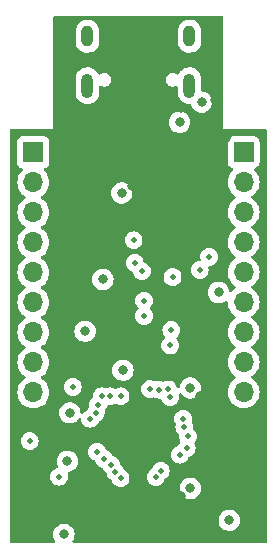
<source format=gbr>
%TF.GenerationSoftware,KiCad,Pcbnew,7.0.2*%
%TF.CreationDate,2023-06-09T21:10:51-07:00*%
%TF.ProjectId,iCEGenius,69434547-656e-4697-9573-2e6b69636164,rev?*%
%TF.SameCoordinates,Original*%
%TF.FileFunction,Copper,L2,Inr*%
%TF.FilePolarity,Positive*%
%FSLAX46Y46*%
G04 Gerber Fmt 4.6, Leading zero omitted, Abs format (unit mm)*
G04 Created by KiCad (PCBNEW 7.0.2) date 2023-06-09 21:10:51*
%MOMM*%
%LPD*%
G01*
G04 APERTURE LIST*
%TA.AperFunction,ComponentPad*%
%ADD10R,1.700000X1.700000*%
%TD*%
%TA.AperFunction,ComponentPad*%
%ADD11O,1.700000X1.700000*%
%TD*%
%TA.AperFunction,ComponentPad*%
%ADD12O,1.000000X2.100000*%
%TD*%
%TA.AperFunction,ComponentPad*%
%ADD13O,1.000000X1.800000*%
%TD*%
%TA.AperFunction,ViaPad*%
%ADD14C,0.800000*%
%TD*%
%TA.AperFunction,ViaPad*%
%ADD15C,0.500000*%
%TD*%
G04 APERTURE END LIST*
D10*
%TO.N,+3V3*%
%TO.C,J3*%
X164915000Y-88530000D03*
D11*
%TO.N,IOL_2A*%
X164915000Y-91070000D03*
%TO.N,IOL_2B*%
X164915000Y-93610000D03*
%TO.N,IOT_52*%
X164915000Y-96150000D03*
%TO.N,IOT_53*%
X164915000Y-98690000D03*
%TO.N,IOT_50_GBIN1*%
X164915000Y-101230000D03*
%TO.N,IOL_4A*%
X164915000Y-103770000D03*
%TO.N,IOT_47*%
X164915000Y-106310000D03*
%TO.N,IOT_45*%
X164915000Y-108850000D03*
%TO.N,GND*%
X164915000Y-111390000D03*
%TD*%
D10*
%TO.N,+3V3*%
%TO.C,J2*%
X147115000Y-88550000D03*
D11*
%TO.N,IOL_4B_GBIN7*%
X147115000Y-91090000D03*
%TO.N,IOL_5B*%
X147115000Y-93630000D03*
%TO.N,IOL_5A_GBIN6*%
X147115000Y-96170000D03*
%TO.N,IOR_34*%
X147115000Y-98710000D03*
%TO.N,IOR_35_GBIN3*%
X147115000Y-101250000D03*
%TO.N,IOR_36_GBIN2*%
X147115000Y-103790000D03*
%TO.N,IOR_38*%
X147115000Y-106330000D03*
%TO.N,IOR_39*%
X147115000Y-108870000D03*
%TO.N,GND*%
X147115000Y-111410000D03*
%TD*%
D12*
%TO.N,unconnected-(J1-SHIELD-PadS1)*%
%TO.C,J1*%
X160330000Y-82900000D03*
D13*
X160330000Y-78720000D03*
D12*
X151690000Y-82900000D03*
D13*
X151690000Y-78720000D03*
%TD*%
D14*
%TO.N,+5V*%
X154600000Y-92000000D03*
D15*
X155600000Y-96000000D03*
D14*
X161365000Y-84300000D03*
%TO.N,GND*%
X162400000Y-118500000D03*
X151900000Y-84900000D03*
X151400000Y-97899999D03*
X151400000Y-99900000D03*
X156000000Y-119500000D03*
X164700000Y-113600000D03*
X153600000Y-97200000D03*
X155800000Y-78800000D03*
X152900000Y-91400000D03*
X157800001Y-78800000D03*
X150100000Y-88800000D03*
X158600000Y-95900000D03*
X150300000Y-96900000D03*
X153799999Y-78800000D03*
X163400000Y-87300000D03*
D15*
X161700000Y-93000000D03*
D14*
X162500000Y-84100000D03*
X151400000Y-101900001D03*
X153300000Y-94300000D03*
X161200000Y-109200000D03*
X156300000Y-107300000D03*
X153200000Y-106900000D03*
D15*
X149700000Y-112600000D03*
D14*
X156700000Y-118800000D03*
X149700000Y-80500000D03*
X150100000Y-84800000D03*
X150000000Y-102400000D03*
X151900000Y-87400000D03*
X149700000Y-78500000D03*
X155431635Y-91368365D03*
X146800000Y-119800000D03*
X158300000Y-88500000D03*
X162200000Y-79400000D03*
X165900000Y-118200000D03*
D15*
X152200000Y-115700000D03*
X154800000Y-104900000D03*
D14*
X154800000Y-119100000D03*
X149700000Y-82500000D03*
X159641121Y-117650468D03*
X150100000Y-86800000D03*
X153800000Y-119900000D03*
X156000000Y-112438990D03*
X157300000Y-87100000D03*
X159600000Y-84800000D03*
%TO.N,+3V3*%
X160400000Y-108500000D03*
X163700000Y-119700000D03*
X150000000Y-114700000D03*
X154700000Y-107000000D03*
X151500000Y-103700000D03*
X153000000Y-99300000D03*
X159500000Y-86000000D03*
X160400000Y-117000000D03*
X149700000Y-120900000D03*
X150200000Y-110600000D03*
X162800000Y-100400000D03*
D15*
%TO.N,SS*%
X152397937Y-110576525D03*
X156500000Y-101100000D03*
X155700000Y-97900000D03*
%TO.N,CRESET_B_CTL*%
X146800000Y-113000000D03*
X156300000Y-98600000D03*
%TO.N,IOL_4B_GBIN7*%
X158533627Y-108620571D03*
%TO.N,IOL_5A_GBIN6*%
X157003934Y-108596040D03*
%TO.N,IOT_50_GBIN1*%
X159500000Y-114149500D03*
%TO.N,SDO*%
X158900000Y-99100000D03*
X156500000Y-102400000D03*
X152900497Y-109200000D03*
%TO.N,IOR_36_GBIN2*%
X153700000Y-115000000D03*
%TO.N,IOR_35_GBIN3*%
X153100000Y-114500000D03*
%TO.N,IOL_2A*%
X159800000Y-111100000D03*
%TO.N,IOL_2B*%
X159900000Y-111800000D03*
%TO.N,IOR_34*%
X152500000Y-113900000D03*
%TO.N,IOR_38*%
X154059891Y-115599818D03*
%TO.N,IOR_39*%
X154496826Y-116146070D03*
%TO.N,IOT_45*%
X157480298Y-116059602D03*
%TO.N,IOT_47*%
X157900000Y-115500000D03*
%TO.N,IOT_52*%
X160200000Y-112600000D03*
%TO.N,IOT_53*%
X160100000Y-113600000D03*
%TO.N,IOL_4A*%
X158700000Y-109300000D03*
%TO.N,IOL_5B*%
X157738543Y-108638543D03*
%TO.N,CRESET_B*%
X149300000Y-116000000D03*
X154500000Y-109200000D03*
%TO.N,SCK*%
X161200000Y-98500000D03*
X151928121Y-111094768D03*
X158800000Y-103600000D03*
%TO.N,SDI*%
X152600000Y-109900000D03*
X158700000Y-104900000D03*
X162000000Y-97400000D03*
%TO.N,Net-(D5-A)*%
X153600000Y-109200000D03*
X150450500Y-108400000D03*
%TD*%
%TA.AperFunction,Conductor*%
%TO.N,GND*%
G36*
X163142539Y-77020185D02*
G01*
X163188294Y-77072989D01*
X163199500Y-77124500D01*
X163199500Y-86575467D01*
X163199416Y-86575889D01*
X163199459Y-86600000D01*
X163199501Y-86600101D01*
X163199616Y-86600382D01*
X163199618Y-86600384D01*
X163199808Y-86600462D01*
X163200000Y-86600541D01*
X163200002Y-86600539D01*
X163224616Y-86600524D01*
X163224616Y-86600528D01*
X163224760Y-86600500D01*
X166775500Y-86600500D01*
X166842539Y-86620185D01*
X166888294Y-86672989D01*
X166899500Y-86724500D01*
X166899500Y-121475500D01*
X166879815Y-121542539D01*
X166827011Y-121588294D01*
X166775500Y-121599500D01*
X150550726Y-121599500D01*
X150483687Y-121579815D01*
X150437932Y-121527011D01*
X150427988Y-121457853D01*
X150443339Y-121413500D01*
X150527179Y-121268284D01*
X150585674Y-121088256D01*
X150605460Y-120900000D01*
X150585674Y-120711744D01*
X150527179Y-120531716D01*
X150527179Y-120531715D01*
X150432533Y-120367783D01*
X150305870Y-120227110D01*
X150152730Y-120115848D01*
X149979802Y-120038855D01*
X149794648Y-119999500D01*
X149794646Y-119999500D01*
X149605354Y-119999500D01*
X149605352Y-119999500D01*
X149420197Y-120038855D01*
X149247269Y-120115848D01*
X149094129Y-120227110D01*
X148967466Y-120367783D01*
X148872820Y-120531715D01*
X148814326Y-120711742D01*
X148794540Y-120900000D01*
X148814326Y-121088257D01*
X148872820Y-121268284D01*
X148956661Y-121413500D01*
X148973134Y-121481400D01*
X148950281Y-121547427D01*
X148895360Y-121590618D01*
X148849274Y-121599500D01*
X145224500Y-121599500D01*
X145157461Y-121579815D01*
X145111706Y-121527011D01*
X145100500Y-121475500D01*
X145100500Y-119700000D01*
X162794540Y-119700000D01*
X162814326Y-119888257D01*
X162872820Y-120068284D01*
X162967466Y-120232216D01*
X163094129Y-120372889D01*
X163247269Y-120484151D01*
X163420197Y-120561144D01*
X163605352Y-120600500D01*
X163605354Y-120600500D01*
X163794648Y-120600500D01*
X163918083Y-120574262D01*
X163979803Y-120561144D01*
X164152730Y-120484151D01*
X164305871Y-120372888D01*
X164432533Y-120232216D01*
X164527179Y-120068284D01*
X164585674Y-119888256D01*
X164605460Y-119700000D01*
X164585674Y-119511744D01*
X164527179Y-119331716D01*
X164527179Y-119331715D01*
X164432533Y-119167783D01*
X164305870Y-119027110D01*
X164152730Y-118915848D01*
X163979802Y-118838855D01*
X163794648Y-118799500D01*
X163794646Y-118799500D01*
X163605354Y-118799500D01*
X163605352Y-118799500D01*
X163420197Y-118838855D01*
X163247269Y-118915848D01*
X163094129Y-119027110D01*
X162967466Y-119167783D01*
X162872820Y-119331715D01*
X162814326Y-119511742D01*
X162794540Y-119700000D01*
X145100500Y-119700000D01*
X145100500Y-116999999D01*
X159494540Y-116999999D01*
X159514326Y-117188257D01*
X159572820Y-117368284D01*
X159667466Y-117532216D01*
X159794129Y-117672889D01*
X159947269Y-117784151D01*
X160120197Y-117861144D01*
X160305352Y-117900500D01*
X160305354Y-117900500D01*
X160494648Y-117900500D01*
X160618083Y-117874262D01*
X160679803Y-117861144D01*
X160852730Y-117784151D01*
X161005871Y-117672888D01*
X161132533Y-117532216D01*
X161227179Y-117368284D01*
X161285674Y-117188256D01*
X161305460Y-117000000D01*
X161285674Y-116811744D01*
X161227179Y-116631716D01*
X161227179Y-116631715D01*
X161132533Y-116467783D01*
X161005870Y-116327110D01*
X160852730Y-116215848D01*
X160679802Y-116138855D01*
X160494648Y-116099500D01*
X160494646Y-116099500D01*
X160305354Y-116099500D01*
X160305352Y-116099500D01*
X160120197Y-116138855D01*
X159947269Y-116215848D01*
X159794129Y-116327110D01*
X159667466Y-116467783D01*
X159572820Y-116631715D01*
X159514326Y-116811742D01*
X159494540Y-116999999D01*
X145100500Y-116999999D01*
X145100500Y-115999999D01*
X148544750Y-115999999D01*
X148563686Y-116168056D01*
X148563686Y-116168058D01*
X148563687Y-116168059D01*
X148619544Y-116327690D01*
X148709523Y-116470890D01*
X148829110Y-116590477D01*
X148972310Y-116680456D01*
X149131941Y-116736313D01*
X149300000Y-116755249D01*
X149468059Y-116736313D01*
X149627690Y-116680456D01*
X149770890Y-116590477D01*
X149890477Y-116470890D01*
X149980456Y-116327690D01*
X150036313Y-116168059D01*
X150055249Y-116000000D01*
X150036313Y-115831941D01*
X150011496Y-115761020D01*
X150007935Y-115691242D01*
X150042663Y-115630615D01*
X150102758Y-115598776D01*
X150279802Y-115561145D01*
X150452730Y-115484151D01*
X150605870Y-115372889D01*
X150732533Y-115232216D01*
X150827179Y-115068284D01*
X150858824Y-114970890D01*
X150885674Y-114888256D01*
X150905460Y-114700000D01*
X150885674Y-114511744D01*
X150839908Y-114370891D01*
X150827179Y-114331715D01*
X150732533Y-114167783D01*
X150605870Y-114027110D01*
X150452730Y-113915848D01*
X150417133Y-113899999D01*
X151744750Y-113899999D01*
X151763686Y-114068056D01*
X151763686Y-114068058D01*
X151763687Y-114068059D01*
X151819544Y-114227690D01*
X151909523Y-114370890D01*
X152029110Y-114490477D01*
X152172310Y-114580456D01*
X152299095Y-114624819D01*
X152355870Y-114665541D01*
X152375179Y-114700903D01*
X152419544Y-114827690D01*
X152509523Y-114970890D01*
X152629110Y-115090477D01*
X152772310Y-115180456D01*
X152931941Y-115236313D01*
X152931945Y-115236313D01*
X152938966Y-115238770D01*
X152995742Y-115279492D01*
X153015053Y-115314857D01*
X153019542Y-115327687D01*
X153019544Y-115327690D01*
X153109523Y-115470890D01*
X153194226Y-115555593D01*
X153229110Y-115590477D01*
X153258702Y-115609071D01*
X153304993Y-115661405D01*
X153315950Y-115700181D01*
X153323577Y-115767874D01*
X153323577Y-115767876D01*
X153323578Y-115767877D01*
X153379435Y-115927508D01*
X153469414Y-116070708D01*
X153589001Y-116190295D01*
X153648464Y-116227658D01*
X153716569Y-116270452D01*
X153762859Y-116322786D01*
X153767635Y-116334482D01*
X153816370Y-116473760D01*
X153906349Y-116616960D01*
X154025936Y-116736547D01*
X154169136Y-116826526D01*
X154328767Y-116882383D01*
X154496826Y-116901319D01*
X154664885Y-116882383D01*
X154824516Y-116826526D01*
X154967716Y-116736547D01*
X155087303Y-116616960D01*
X155177282Y-116473760D01*
X155233139Y-116314129D01*
X155252075Y-116146070D01*
X155242332Y-116059601D01*
X156725048Y-116059601D01*
X156743984Y-116227658D01*
X156743984Y-116227660D01*
X156743985Y-116227661D01*
X156799842Y-116387292D01*
X156889821Y-116530492D01*
X157009408Y-116650079D01*
X157152608Y-116740058D01*
X157312239Y-116795915D01*
X157424278Y-116808539D01*
X157480297Y-116814851D01*
X157480297Y-116814850D01*
X157480298Y-116814851D01*
X157648357Y-116795915D01*
X157807988Y-116740058D01*
X157951188Y-116650079D01*
X158070775Y-116530492D01*
X158160754Y-116387292D01*
X158216611Y-116227661D01*
X158216611Y-116227657D01*
X158220330Y-116217030D01*
X158261052Y-116160254D01*
X158271385Y-116152999D01*
X158370890Y-116090477D01*
X158490477Y-115970890D01*
X158580456Y-115827690D01*
X158636313Y-115668059D01*
X158655249Y-115500000D01*
X158636313Y-115331941D01*
X158580456Y-115172310D01*
X158490477Y-115029110D01*
X158370890Y-114909523D01*
X158227690Y-114819544D01*
X158068059Y-114763687D01*
X158068058Y-114763686D01*
X158068056Y-114763686D01*
X157900000Y-114744750D01*
X157731943Y-114763686D01*
X157572310Y-114819544D01*
X157429108Y-114909524D01*
X157309524Y-115029108D01*
X157219542Y-115172312D01*
X157159965Y-115342573D01*
X157119243Y-115399349D01*
X157108897Y-115406611D01*
X157009407Y-115469125D01*
X156889822Y-115588710D01*
X156799842Y-115731912D01*
X156743984Y-115891545D01*
X156725048Y-116059601D01*
X155242332Y-116059601D01*
X155233139Y-115978011D01*
X155177282Y-115818380D01*
X155087303Y-115675180D01*
X154967716Y-115555593D01*
X154840146Y-115475435D01*
X154793857Y-115423102D01*
X154789085Y-115411415D01*
X154740347Y-115272128D01*
X154650368Y-115128928D01*
X154530781Y-115009341D01*
X154530780Y-115009340D01*
X154501186Y-114990744D01*
X154454896Y-114938409D01*
X154443940Y-114899635D01*
X154436313Y-114831943D01*
X154436313Y-114831941D01*
X154380456Y-114672310D01*
X154290477Y-114529110D01*
X154170890Y-114409523D01*
X154027690Y-114319544D01*
X154027687Y-114319542D01*
X153861032Y-114261227D01*
X153804256Y-114220506D01*
X153784945Y-114185140D01*
X153780456Y-114172310D01*
X153766123Y-114149500D01*
X158744750Y-114149500D01*
X158763686Y-114317556D01*
X158763686Y-114317558D01*
X158763687Y-114317559D01*
X158819544Y-114477190D01*
X158909523Y-114620390D01*
X159029110Y-114739977D01*
X159172310Y-114829956D01*
X159331941Y-114885813D01*
X159500000Y-114904749D01*
X159668059Y-114885813D01*
X159827690Y-114829956D01*
X159970890Y-114739977D01*
X160090477Y-114620390D01*
X160180456Y-114477190D01*
X160204683Y-114407951D01*
X160245403Y-114351176D01*
X160280763Y-114331867D01*
X160427690Y-114280456D01*
X160570890Y-114190477D01*
X160690477Y-114070890D01*
X160780456Y-113927690D01*
X160836313Y-113768059D01*
X160855249Y-113600000D01*
X160836313Y-113431941D01*
X160780456Y-113272310D01*
X160759209Y-113238496D01*
X160740209Y-113171261D01*
X160760576Y-113104426D01*
X160776520Y-113084846D01*
X160790477Y-113070890D01*
X160880456Y-112927690D01*
X160936313Y-112768059D01*
X160955249Y-112600000D01*
X160936313Y-112431941D01*
X160880456Y-112272310D01*
X160790477Y-112129110D01*
X160677841Y-112016474D01*
X160644356Y-111955151D01*
X160642302Y-111914909D01*
X160655249Y-111799999D01*
X160636313Y-111631943D01*
X160636313Y-111631941D01*
X160580456Y-111472310D01*
X160537966Y-111404689D01*
X160518966Y-111337453D01*
X160525918Y-111297765D01*
X160536313Y-111268059D01*
X160555249Y-111100000D01*
X160536313Y-110931941D01*
X160480456Y-110772310D01*
X160390477Y-110629110D01*
X160270890Y-110509523D01*
X160127690Y-110419544D01*
X159968059Y-110363687D01*
X159968058Y-110363686D01*
X159968056Y-110363686D01*
X159800000Y-110344750D01*
X159631943Y-110363686D01*
X159472310Y-110419544D01*
X159329108Y-110509524D01*
X159209524Y-110629108D01*
X159119544Y-110772310D01*
X159063686Y-110931943D01*
X159044750Y-111099999D01*
X159063686Y-111268056D01*
X159063686Y-111268058D01*
X159063687Y-111268059D01*
X159117713Y-111422458D01*
X159119545Y-111427692D01*
X159162032Y-111495311D01*
X159181032Y-111562548D01*
X159174081Y-111602233D01*
X159163686Y-111631941D01*
X159144750Y-111800000D01*
X159163686Y-111968056D01*
X159163686Y-111968058D01*
X159163687Y-111968059D01*
X159219544Y-112127690D01*
X159304997Y-112263687D01*
X159309524Y-112270891D01*
X159422159Y-112383526D01*
X159455644Y-112444849D01*
X159457698Y-112485091D01*
X159444750Y-112600000D01*
X159463686Y-112768056D01*
X159463686Y-112768058D01*
X159463687Y-112768059D01*
X159519544Y-112927690D01*
X159540790Y-112961503D01*
X159559789Y-113028740D01*
X159539420Y-113095575D01*
X159523478Y-113115153D01*
X159509524Y-113129106D01*
X159419542Y-113272312D01*
X159395316Y-113341548D01*
X159354595Y-113398324D01*
X159319231Y-113417634D01*
X159172310Y-113469044D01*
X159172308Y-113469044D01*
X159172308Y-113469045D01*
X159029108Y-113559024D01*
X158909524Y-113678608D01*
X158819544Y-113821810D01*
X158763686Y-113981443D01*
X158744750Y-114149500D01*
X153766123Y-114149500D01*
X153690477Y-114029110D01*
X153570890Y-113909523D01*
X153427690Y-113819544D01*
X153300904Y-113775180D01*
X153244130Y-113734459D01*
X153224819Y-113699094D01*
X153180456Y-113572310D01*
X153090477Y-113429110D01*
X152970890Y-113309523D01*
X152827690Y-113219544D01*
X152668059Y-113163687D01*
X152668058Y-113163686D01*
X152668056Y-113163686D01*
X152500000Y-113144750D01*
X152331943Y-113163686D01*
X152172310Y-113219544D01*
X152029108Y-113309524D01*
X151909524Y-113429108D01*
X151819544Y-113572310D01*
X151763686Y-113731943D01*
X151744750Y-113899999D01*
X150417133Y-113899999D01*
X150279802Y-113838855D01*
X150094648Y-113799500D01*
X150094646Y-113799500D01*
X149905354Y-113799500D01*
X149905352Y-113799500D01*
X149720197Y-113838855D01*
X149547269Y-113915848D01*
X149394129Y-114027110D01*
X149267466Y-114167783D01*
X149172820Y-114331715D01*
X149114326Y-114511742D01*
X149094540Y-114700000D01*
X149114326Y-114888257D01*
X149172821Y-115068286D01*
X149184974Y-115089336D01*
X149201445Y-115157236D01*
X149178592Y-115223263D01*
X149123670Y-115266452D01*
X149118541Y-115268375D01*
X148972312Y-115319542D01*
X148829108Y-115409524D01*
X148709524Y-115529108D01*
X148619544Y-115672310D01*
X148563686Y-115831943D01*
X148544750Y-115999999D01*
X145100500Y-115999999D01*
X145100500Y-112999999D01*
X146044750Y-112999999D01*
X146063686Y-113168056D01*
X146063686Y-113168058D01*
X146063687Y-113168059D01*
X146119544Y-113327690D01*
X146209523Y-113470890D01*
X146329110Y-113590477D01*
X146472310Y-113680456D01*
X146631941Y-113736313D01*
X146800000Y-113755249D01*
X146968059Y-113736313D01*
X147127690Y-113680456D01*
X147270890Y-113590477D01*
X147390477Y-113470890D01*
X147480456Y-113327690D01*
X147536313Y-113168059D01*
X147555249Y-113000000D01*
X147536313Y-112831941D01*
X147480456Y-112672310D01*
X147390477Y-112529110D01*
X147270890Y-112409523D01*
X147127690Y-112319544D01*
X146968059Y-112263687D01*
X146968058Y-112263686D01*
X146968056Y-112263686D01*
X146800000Y-112244750D01*
X146631943Y-112263686D01*
X146472310Y-112319544D01*
X146329108Y-112409524D01*
X146209524Y-112529108D01*
X146119544Y-112672310D01*
X146063686Y-112831943D01*
X146044750Y-112999999D01*
X145100500Y-112999999D01*
X145100500Y-110599999D01*
X149294540Y-110599999D01*
X149314326Y-110788257D01*
X149372820Y-110968284D01*
X149467466Y-111132216D01*
X149594129Y-111272889D01*
X149747269Y-111384151D01*
X149920197Y-111461144D01*
X150105352Y-111500500D01*
X150105354Y-111500500D01*
X150294648Y-111500500D01*
X150427280Y-111472308D01*
X150479803Y-111461144D01*
X150652730Y-111384151D01*
X150717726Y-111336929D01*
X150805870Y-111272889D01*
X150820194Y-111256981D01*
X150932533Y-111132216D01*
X150948742Y-111104140D01*
X150999308Y-111055926D01*
X151067914Y-111042702D01*
X151132779Y-111068669D01*
X151173309Y-111125583D01*
X151179349Y-111152257D01*
X151191807Y-111262824D01*
X151191807Y-111262826D01*
X151191808Y-111262827D01*
X151247665Y-111422458D01*
X151337644Y-111565658D01*
X151457231Y-111685245D01*
X151600431Y-111775224D01*
X151760062Y-111831081D01*
X151928121Y-111850017D01*
X152096180Y-111831081D01*
X152255811Y-111775224D01*
X152399011Y-111685245D01*
X152518598Y-111565658D01*
X152608577Y-111422458D01*
X152638505Y-111336927D01*
X152679226Y-111280153D01*
X152714591Y-111260842D01*
X152725627Y-111256981D01*
X152868827Y-111167002D01*
X152988414Y-111047415D01*
X153078393Y-110904215D01*
X153134250Y-110744584D01*
X153153186Y-110576525D01*
X153142824Y-110484567D01*
X153154878Y-110415747D01*
X153178365Y-110383001D01*
X153190477Y-110370890D01*
X153280456Y-110227690D01*
X153336313Y-110068059D01*
X153338286Y-110050544D01*
X153365351Y-109986133D01*
X153422945Y-109946577D01*
X153475390Y-109941209D01*
X153599999Y-109955249D01*
X153599999Y-109955248D01*
X153600000Y-109955249D01*
X153768059Y-109936313D01*
X153927690Y-109880456D01*
X153984028Y-109845055D01*
X154051265Y-109826056D01*
X154115971Y-109845055D01*
X154172310Y-109880456D01*
X154331941Y-109936313D01*
X154500000Y-109955249D01*
X154668059Y-109936313D01*
X154827690Y-109880456D01*
X154970890Y-109790477D01*
X155090477Y-109670890D01*
X155180456Y-109527690D01*
X155236313Y-109368059D01*
X155255249Y-109200000D01*
X155236313Y-109031941D01*
X155180456Y-108872310D01*
X155090477Y-108729110D01*
X154970890Y-108609523D01*
X154949430Y-108596039D01*
X156248684Y-108596039D01*
X156267620Y-108764096D01*
X156267620Y-108764098D01*
X156267621Y-108764099D01*
X156323478Y-108923730D01*
X156413457Y-109066930D01*
X156533044Y-109186517D01*
X156676244Y-109276496D01*
X156835875Y-109332353D01*
X157003934Y-109351289D01*
X157171993Y-109332353D01*
X157282703Y-109293613D01*
X157352480Y-109290053D01*
X157389628Y-109305662D01*
X157410853Y-109318999D01*
X157570484Y-109374856D01*
X157645204Y-109383275D01*
X157738542Y-109393792D01*
X157738542Y-109393791D01*
X157738543Y-109393792D01*
X157831880Y-109383275D01*
X157900701Y-109395329D01*
X157952081Y-109442677D01*
X157962806Y-109465540D01*
X157963686Y-109468057D01*
X157963687Y-109468059D01*
X158019544Y-109627690D01*
X158109523Y-109770890D01*
X158229110Y-109890477D01*
X158372310Y-109980456D01*
X158531941Y-110036313D01*
X158700000Y-110055249D01*
X158868059Y-110036313D01*
X159027690Y-109980456D01*
X159170890Y-109890477D01*
X159290477Y-109770890D01*
X159380456Y-109627690D01*
X159436313Y-109468059D01*
X159455249Y-109300000D01*
X159454529Y-109293614D01*
X159446752Y-109224588D01*
X159436313Y-109131941D01*
X159428834Y-109110569D01*
X159425272Y-109040794D01*
X159460000Y-108980166D01*
X159521993Y-108947938D01*
X159591569Y-108954342D01*
X159646637Y-108997344D01*
X159653262Y-109007615D01*
X159667464Y-109032214D01*
X159794129Y-109172889D01*
X159947269Y-109284151D01*
X160120197Y-109361144D01*
X160305352Y-109400500D01*
X160305354Y-109400500D01*
X160494648Y-109400500D01*
X160647284Y-109368056D01*
X160679803Y-109361144D01*
X160852730Y-109284151D01*
X160934712Y-109224588D01*
X161005870Y-109172889D01*
X161132533Y-109032216D01*
X161227179Y-108868284D01*
X161261032Y-108764096D01*
X161285674Y-108688256D01*
X161305460Y-108500000D01*
X161285674Y-108311744D01*
X161240324Y-108172171D01*
X161227179Y-108131715D01*
X161132533Y-107967783D01*
X161005870Y-107827110D01*
X160852730Y-107715848D01*
X160679802Y-107638855D01*
X160494648Y-107599500D01*
X160494646Y-107599500D01*
X160305354Y-107599500D01*
X160305352Y-107599500D01*
X160120197Y-107638855D01*
X159947269Y-107715848D01*
X159794129Y-107827110D01*
X159667466Y-107967783D01*
X159572820Y-108131715D01*
X159514326Y-108311742D01*
X159514325Y-108311744D01*
X159514326Y-108311744D01*
X159504385Y-108406337D01*
X159504282Y-108407313D01*
X159477697Y-108471927D01*
X159420400Y-108511912D01*
X159350581Y-108514572D01*
X159290407Y-108479063D01*
X159263919Y-108435306D01*
X159254124Y-108407313D01*
X159214083Y-108292881D01*
X159124104Y-108149681D01*
X159004517Y-108030094D01*
X158861317Y-107940115D01*
X158701686Y-107884258D01*
X158701685Y-107884257D01*
X158701683Y-107884257D01*
X158533626Y-107865321D01*
X158365570Y-107884257D01*
X158205934Y-107940116D01*
X158187753Y-107951540D01*
X158120516Y-107970539D01*
X158080764Y-107958863D01*
X158079421Y-107962702D01*
X158066234Y-107958087D01*
X158066233Y-107958087D01*
X157906602Y-107902230D01*
X157906601Y-107902229D01*
X157906599Y-107902229D01*
X157738543Y-107883293D01*
X157570484Y-107902229D01*
X157459773Y-107940968D01*
X157389995Y-107944529D01*
X157352848Y-107928920D01*
X157331624Y-107915584D01*
X157187980Y-107865321D01*
X157171993Y-107859727D01*
X157171992Y-107859726D01*
X157171990Y-107859726D01*
X157003933Y-107840790D01*
X156835877Y-107859726D01*
X156676244Y-107915584D01*
X156533042Y-108005564D01*
X156413458Y-108125148D01*
X156323478Y-108268350D01*
X156267620Y-108427983D01*
X156248684Y-108596039D01*
X154949430Y-108596039D01*
X154827690Y-108519544D01*
X154668059Y-108463687D01*
X154668058Y-108463686D01*
X154668056Y-108463686D01*
X154500000Y-108444750D01*
X154331943Y-108463686D01*
X154172307Y-108519545D01*
X154115971Y-108554943D01*
X154048734Y-108573943D01*
X153984029Y-108554943D01*
X153927692Y-108519545D01*
X153927691Y-108519544D01*
X153927690Y-108519544D01*
X153768059Y-108463687D01*
X153768058Y-108463686D01*
X153768056Y-108463686D01*
X153599999Y-108444750D01*
X153431943Y-108463686D01*
X153291202Y-108512933D01*
X153221423Y-108516494D01*
X153209294Y-108512933D01*
X153068553Y-108463686D01*
X152900496Y-108444750D01*
X152732440Y-108463686D01*
X152572807Y-108519544D01*
X152429605Y-108609524D01*
X152310021Y-108729108D01*
X152220041Y-108872310D01*
X152164183Y-109031943D01*
X152145247Y-109199999D01*
X152148018Y-109224588D01*
X152135964Y-109293410D01*
X152112480Y-109326153D01*
X152009523Y-109429110D01*
X151919544Y-109572310D01*
X151863686Y-109731943D01*
X151844750Y-109900000D01*
X151855111Y-109991957D01*
X151843056Y-110060779D01*
X151819574Y-110093519D01*
X151807461Y-110105631D01*
X151717480Y-110248836D01*
X151687552Y-110334364D01*
X151646830Y-110391139D01*
X151611470Y-110410448D01*
X151600431Y-110414310D01*
X151457230Y-110504291D01*
X151337644Y-110623877D01*
X151331705Y-110633330D01*
X151279370Y-110679621D01*
X151210317Y-110690268D01*
X151146469Y-110661893D01*
X151108097Y-110603503D01*
X151103391Y-110580318D01*
X151085674Y-110411744D01*
X151032742Y-110248836D01*
X151027179Y-110231715D01*
X150932533Y-110067783D01*
X150805870Y-109927110D01*
X150652730Y-109815848D01*
X150479802Y-109738855D01*
X150294648Y-109699500D01*
X150294646Y-109699500D01*
X150105354Y-109699500D01*
X150105352Y-109699500D01*
X149920197Y-109738855D01*
X149747269Y-109815848D01*
X149594129Y-109927110D01*
X149467466Y-110067783D01*
X149372820Y-110231715D01*
X149314326Y-110411742D01*
X149294540Y-110599999D01*
X145100500Y-110599999D01*
X145100500Y-108870000D01*
X145759340Y-108870000D01*
X145779936Y-109105407D01*
X145811871Y-109224588D01*
X145841097Y-109333663D01*
X145940965Y-109547830D01*
X146076505Y-109741401D01*
X146243599Y-109908495D01*
X146437170Y-110044035D01*
X146651337Y-110143903D01*
X146879591Y-110205063D01*
X146879592Y-110205063D01*
X147114999Y-110225659D01*
X147114999Y-110225658D01*
X147115000Y-110225659D01*
X147350408Y-110205063D01*
X147578663Y-110143903D01*
X147792830Y-110044035D01*
X147986401Y-109908495D01*
X148153495Y-109741401D01*
X148289035Y-109547830D01*
X148388903Y-109333663D01*
X148450063Y-109105408D01*
X148470659Y-108870000D01*
X148450063Y-108634592D01*
X148388903Y-108406337D01*
X148385948Y-108400000D01*
X149695250Y-108400000D01*
X149714186Y-108568056D01*
X149714186Y-108568058D01*
X149714187Y-108568059D01*
X149770044Y-108727690D01*
X149860023Y-108870890D01*
X149979610Y-108990477D01*
X150122810Y-109080456D01*
X150282441Y-109136313D01*
X150450500Y-109155249D01*
X150618559Y-109136313D01*
X150778190Y-109080456D01*
X150921390Y-108990477D01*
X151040977Y-108870890D01*
X151130956Y-108727690D01*
X151186813Y-108568059D01*
X151205749Y-108400000D01*
X151186813Y-108231941D01*
X151130956Y-108072310D01*
X151040977Y-107929110D01*
X150921390Y-107809523D01*
X150778190Y-107719544D01*
X150618559Y-107663687D01*
X150618558Y-107663686D01*
X150618556Y-107663686D01*
X150450499Y-107644750D01*
X150282443Y-107663686D01*
X150122810Y-107719544D01*
X149979608Y-107809524D01*
X149860024Y-107929108D01*
X149770044Y-108072310D01*
X149714186Y-108231943D01*
X149695250Y-108400000D01*
X148385948Y-108400000D01*
X148289035Y-108192171D01*
X148153495Y-107998599D01*
X147986401Y-107831505D01*
X147800839Y-107701573D01*
X147757216Y-107646998D01*
X147750022Y-107577500D01*
X147781545Y-107515145D01*
X147800837Y-107498428D01*
X147986401Y-107368495D01*
X148153495Y-107201401D01*
X148289035Y-107007830D01*
X148292687Y-106999999D01*
X153794540Y-106999999D01*
X153814326Y-107188257D01*
X153872820Y-107368284D01*
X153967466Y-107532216D01*
X154094129Y-107672889D01*
X154247269Y-107784151D01*
X154420197Y-107861144D01*
X154605352Y-107900500D01*
X154605354Y-107900500D01*
X154794648Y-107900500D01*
X154918084Y-107874262D01*
X154979803Y-107861144D01*
X155152730Y-107784151D01*
X155246740Y-107715849D01*
X155305870Y-107672889D01*
X155314157Y-107663686D01*
X155432533Y-107532216D01*
X155527179Y-107368284D01*
X155585674Y-107188256D01*
X155605460Y-107000000D01*
X155585674Y-106811744D01*
X155527179Y-106631716D01*
X155527179Y-106631715D01*
X155432533Y-106467783D01*
X155305870Y-106327110D01*
X155152730Y-106215848D01*
X154979802Y-106138855D01*
X154794648Y-106099500D01*
X154794646Y-106099500D01*
X154605354Y-106099500D01*
X154605352Y-106099500D01*
X154420197Y-106138855D01*
X154247269Y-106215848D01*
X154094129Y-106327110D01*
X153967466Y-106467783D01*
X153872820Y-106631715D01*
X153814326Y-106811742D01*
X153794540Y-106999999D01*
X148292687Y-106999999D01*
X148388903Y-106793663D01*
X148450063Y-106565408D01*
X148470659Y-106330000D01*
X148450063Y-106094592D01*
X148388903Y-105866337D01*
X148289035Y-105652171D01*
X148153495Y-105458599D01*
X147986401Y-105291505D01*
X147800839Y-105161573D01*
X147757216Y-105106998D01*
X147750022Y-105037500D01*
X147781545Y-104975145D01*
X147800837Y-104958428D01*
X147884281Y-104900000D01*
X157944750Y-104900000D01*
X157963686Y-105068056D01*
X157963686Y-105068058D01*
X157963687Y-105068059D01*
X158019544Y-105227690D01*
X158109523Y-105370890D01*
X158229110Y-105490477D01*
X158372310Y-105580456D01*
X158531941Y-105636313D01*
X158643980Y-105648936D01*
X158699999Y-105655249D01*
X158699999Y-105655248D01*
X158700000Y-105655249D01*
X158868059Y-105636313D01*
X159027690Y-105580456D01*
X159170890Y-105490477D01*
X159290477Y-105370890D01*
X159380456Y-105227690D01*
X159436313Y-105068059D01*
X159455249Y-104900000D01*
X159436313Y-104731941D01*
X159380456Y-104572310D01*
X159290477Y-104429110D01*
X159246317Y-104384950D01*
X159212832Y-104323627D01*
X159217816Y-104253935D01*
X159259688Y-104198002D01*
X159267994Y-104192296D01*
X159270890Y-104190477D01*
X159390477Y-104070890D01*
X159480456Y-103927690D01*
X159536313Y-103768059D01*
X159555249Y-103600000D01*
X159536313Y-103431941D01*
X159480456Y-103272310D01*
X159390477Y-103129110D01*
X159270890Y-103009523D01*
X159127690Y-102919544D01*
X158968059Y-102863687D01*
X158968058Y-102863686D01*
X158968056Y-102863686D01*
X158800000Y-102844750D01*
X158631943Y-102863686D01*
X158472310Y-102919544D01*
X158329108Y-103009524D01*
X158209524Y-103129108D01*
X158119544Y-103272310D01*
X158063686Y-103431943D01*
X158044750Y-103599999D01*
X158063686Y-103768056D01*
X158063686Y-103768058D01*
X158063687Y-103768059D01*
X158119544Y-103927690D01*
X158168378Y-104005408D01*
X158209524Y-104070891D01*
X158253682Y-104115049D01*
X158287167Y-104176372D01*
X158282183Y-104246064D01*
X158240311Y-104301997D01*
X158231977Y-104307721D01*
X158229111Y-104309521D01*
X158109524Y-104429108D01*
X158019544Y-104572310D01*
X157963686Y-104731943D01*
X157944750Y-104900000D01*
X147884281Y-104900000D01*
X147986401Y-104828495D01*
X148153495Y-104661401D01*
X148289035Y-104467830D01*
X148388903Y-104253663D01*
X148450063Y-104025408D01*
X148470659Y-103790000D01*
X148462785Y-103700000D01*
X150594540Y-103700000D01*
X150614326Y-103888257D01*
X150672820Y-104068284D01*
X150767466Y-104232216D01*
X150894129Y-104372889D01*
X151047269Y-104484151D01*
X151220197Y-104561144D01*
X151405352Y-104600500D01*
X151405354Y-104600500D01*
X151594648Y-104600500D01*
X151727271Y-104572310D01*
X151779803Y-104561144D01*
X151952730Y-104484151D01*
X152028488Y-104429110D01*
X152105870Y-104372889D01*
X152232533Y-104232216D01*
X152327179Y-104068284D01*
X152372861Y-103927689D01*
X152385674Y-103888256D01*
X152405460Y-103700000D01*
X152385674Y-103511744D01*
X152327179Y-103331716D01*
X152327179Y-103331715D01*
X152232533Y-103167783D01*
X152105870Y-103027110D01*
X151952730Y-102915848D01*
X151779802Y-102838855D01*
X151594648Y-102799500D01*
X151594646Y-102799500D01*
X151405354Y-102799500D01*
X151405352Y-102799500D01*
X151220197Y-102838855D01*
X151047269Y-102915848D01*
X150894129Y-103027110D01*
X150767466Y-103167783D01*
X150672820Y-103331715D01*
X150614326Y-103511742D01*
X150594540Y-103700000D01*
X148462785Y-103700000D01*
X148450063Y-103554592D01*
X148388903Y-103326337D01*
X148289035Y-103112171D01*
X148153495Y-102918599D01*
X147986401Y-102751505D01*
X147800839Y-102621573D01*
X147757217Y-102566998D01*
X147750024Y-102497499D01*
X147781546Y-102435145D01*
X147800837Y-102418428D01*
X147827155Y-102400000D01*
X155744750Y-102400000D01*
X155763686Y-102568056D01*
X155763686Y-102568058D01*
X155763687Y-102568059D01*
X155819544Y-102727690D01*
X155909523Y-102870890D01*
X156029110Y-102990477D01*
X156172310Y-103080456D01*
X156331941Y-103136313D01*
X156500000Y-103155249D01*
X156668059Y-103136313D01*
X156827690Y-103080456D01*
X156970890Y-102990477D01*
X157090477Y-102870890D01*
X157180456Y-102727690D01*
X157236313Y-102568059D01*
X157255249Y-102400000D01*
X157236313Y-102231941D01*
X157180456Y-102072310D01*
X157090477Y-101929110D01*
X156999046Y-101837679D01*
X156965563Y-101776356D01*
X156970547Y-101706665D01*
X156999044Y-101662322D01*
X157090477Y-101570890D01*
X157180456Y-101427690D01*
X157236313Y-101268059D01*
X157255249Y-101100000D01*
X157236313Y-100931941D01*
X157180456Y-100772310D01*
X157090477Y-100629110D01*
X156970890Y-100509523D01*
X156827690Y-100419544D01*
X156771836Y-100400000D01*
X161894540Y-100400000D01*
X161914326Y-100588257D01*
X161972820Y-100768284D01*
X162067466Y-100932216D01*
X162194129Y-101072889D01*
X162347269Y-101184151D01*
X162520197Y-101261144D01*
X162705352Y-101300500D01*
X162705354Y-101300500D01*
X162894648Y-101300500D01*
X163047284Y-101268056D01*
X163079803Y-101261144D01*
X163149755Y-101229999D01*
X163252727Y-101184153D01*
X163252730Y-101184151D01*
X163364309Y-101103084D01*
X163430113Y-101079605D01*
X163498167Y-101095430D01*
X163546862Y-101145536D01*
X163560738Y-101214014D01*
X163560722Y-101214206D01*
X163559340Y-101230000D01*
X163579936Y-101465407D01*
X163624709Y-101632502D01*
X163641097Y-101693663D01*
X163740965Y-101907830D01*
X163876505Y-102101401D01*
X164043599Y-102268495D01*
X164229160Y-102398426D01*
X164272783Y-102453002D01*
X164279976Y-102522501D01*
X164248454Y-102584855D01*
X164229160Y-102601574D01*
X164049048Y-102727690D01*
X164043595Y-102731508D01*
X163876505Y-102898598D01*
X163740965Y-103092170D01*
X163641097Y-103306336D01*
X163579936Y-103534592D01*
X163559340Y-103770000D01*
X163579936Y-104005407D01*
X163609315Y-104115049D01*
X163641097Y-104233663D01*
X163740965Y-104447830D01*
X163876505Y-104641401D01*
X164043599Y-104808495D01*
X164229160Y-104938426D01*
X164272783Y-104993002D01*
X164279976Y-105062501D01*
X164248454Y-105124855D01*
X164229159Y-105141575D01*
X164043595Y-105271508D01*
X163876505Y-105438598D01*
X163740965Y-105632170D01*
X163641097Y-105846336D01*
X163579936Y-106074592D01*
X163559340Y-106309999D01*
X163579936Y-106545407D01*
X163603063Y-106631716D01*
X163641097Y-106773663D01*
X163740965Y-106987830D01*
X163876505Y-107181401D01*
X164043599Y-107348495D01*
X164229160Y-107478426D01*
X164272783Y-107533002D01*
X164279976Y-107602501D01*
X164248454Y-107664855D01*
X164229160Y-107681574D01*
X164174934Y-107719544D01*
X164043595Y-107811508D01*
X163876505Y-107978598D01*
X163740965Y-108172170D01*
X163641097Y-108386336D01*
X163579936Y-108614592D01*
X163559340Y-108850000D01*
X163579936Y-109085407D01*
X163610641Y-109199999D01*
X163641097Y-109313663D01*
X163740965Y-109527830D01*
X163876505Y-109721401D01*
X164043599Y-109888495D01*
X164237170Y-110024035D01*
X164451337Y-110123903D01*
X164679592Y-110185063D01*
X164915000Y-110205659D01*
X165150408Y-110185063D01*
X165378663Y-110123903D01*
X165592830Y-110024035D01*
X165786401Y-109888495D01*
X165953495Y-109721401D01*
X166089035Y-109527830D01*
X166188903Y-109313663D01*
X166250063Y-109085408D01*
X166270659Y-108850000D01*
X166250063Y-108614592D01*
X166188903Y-108386337D01*
X166089035Y-108172171D01*
X165953495Y-107978599D01*
X165786401Y-107811505D01*
X165600839Y-107681573D01*
X165557215Y-107626997D01*
X165550023Y-107557498D01*
X165581545Y-107495144D01*
X165600831Y-107478432D01*
X165786401Y-107348495D01*
X165953495Y-107181401D01*
X166089035Y-106987830D01*
X166188903Y-106773663D01*
X166250063Y-106545408D01*
X166270659Y-106310000D01*
X166255685Y-106138856D01*
X166250063Y-106074592D01*
X166250062Y-106074591D01*
X166188903Y-105846337D01*
X166089035Y-105632171D01*
X165953495Y-105438599D01*
X165786401Y-105271505D01*
X165600839Y-105141573D01*
X165557216Y-105086998D01*
X165550022Y-105017500D01*
X165581545Y-104955145D01*
X165600837Y-104938428D01*
X165786401Y-104808495D01*
X165953495Y-104641401D01*
X166089035Y-104447830D01*
X166188903Y-104233663D01*
X166250063Y-104005408D01*
X166270659Y-103770000D01*
X166250063Y-103534592D01*
X166188903Y-103306337D01*
X166089035Y-103092171D01*
X165953495Y-102898599D01*
X165786401Y-102731505D01*
X165600839Y-102601573D01*
X165557215Y-102546997D01*
X165550023Y-102477498D01*
X165581545Y-102415144D01*
X165600831Y-102398432D01*
X165786401Y-102268495D01*
X165953495Y-102101401D01*
X166089035Y-101907830D01*
X166188903Y-101693663D01*
X166250063Y-101465408D01*
X166270659Y-101230000D01*
X166250063Y-100994592D01*
X166188903Y-100766337D01*
X166089035Y-100552171D01*
X165953495Y-100358599D01*
X165786401Y-100191505D01*
X165600839Y-100061573D01*
X165557217Y-100006998D01*
X165550024Y-99937499D01*
X165581546Y-99875145D01*
X165600837Y-99858428D01*
X165786401Y-99728495D01*
X165953495Y-99561401D01*
X166089035Y-99367830D01*
X166188903Y-99153663D01*
X166250063Y-98925408D01*
X166270659Y-98690000D01*
X166250063Y-98454592D01*
X166188903Y-98226337D01*
X166089035Y-98012171D01*
X165953495Y-97818599D01*
X165786401Y-97651505D01*
X165600839Y-97521573D01*
X165557215Y-97466997D01*
X165550023Y-97397498D01*
X165581545Y-97335144D01*
X165600831Y-97318432D01*
X165786401Y-97188495D01*
X165953495Y-97021401D01*
X166089035Y-96827830D01*
X166188903Y-96613663D01*
X166250063Y-96385408D01*
X166270659Y-96150000D01*
X166250063Y-95914592D01*
X166188903Y-95686337D01*
X166089035Y-95472171D01*
X165953495Y-95278599D01*
X165786401Y-95111505D01*
X165600839Y-94981573D01*
X165557216Y-94926998D01*
X165550022Y-94857500D01*
X165581545Y-94795145D01*
X165600837Y-94778428D01*
X165786401Y-94648495D01*
X165953495Y-94481401D01*
X166089035Y-94287830D01*
X166188903Y-94073663D01*
X166250063Y-93845408D01*
X166270659Y-93610000D01*
X166250063Y-93374592D01*
X166188903Y-93146337D01*
X166089035Y-92932171D01*
X165953495Y-92738599D01*
X165786401Y-92571505D01*
X165600839Y-92441573D01*
X165557215Y-92386997D01*
X165550023Y-92317498D01*
X165581545Y-92255144D01*
X165600831Y-92238432D01*
X165786401Y-92108495D01*
X165953495Y-91941401D01*
X166089035Y-91747830D01*
X166188903Y-91533663D01*
X166250063Y-91305408D01*
X166270659Y-91070000D01*
X166250063Y-90834592D01*
X166188903Y-90606337D01*
X166089035Y-90392171D01*
X165953495Y-90198599D01*
X165831568Y-90076673D01*
X165798084Y-90015350D01*
X165803068Y-89945658D01*
X165844940Y-89889725D01*
X165875915Y-89872810D01*
X166007331Y-89823796D01*
X166122546Y-89737546D01*
X166208796Y-89622331D01*
X166259091Y-89487483D01*
X166265500Y-89427873D01*
X166265499Y-87632128D01*
X166259091Y-87572517D01*
X166208796Y-87437669D01*
X166122546Y-87322454D01*
X166007331Y-87236204D01*
X165872483Y-87185909D01*
X165812873Y-87179500D01*
X165809550Y-87179500D01*
X164020439Y-87179500D01*
X164020420Y-87179500D01*
X164017128Y-87179501D01*
X164013848Y-87179853D01*
X164013840Y-87179854D01*
X163957515Y-87185909D01*
X163822669Y-87236204D01*
X163707454Y-87322454D01*
X163621204Y-87437668D01*
X163570910Y-87572515D01*
X163570909Y-87572517D01*
X163564500Y-87632127D01*
X163564500Y-87635448D01*
X163564500Y-87635449D01*
X163564500Y-89424560D01*
X163564500Y-89424578D01*
X163564501Y-89427872D01*
X163564853Y-89431152D01*
X163564854Y-89431159D01*
X163570909Y-89487484D01*
X163578369Y-89507484D01*
X163621204Y-89622331D01*
X163707454Y-89737546D01*
X163822669Y-89823796D01*
X163934907Y-89865658D01*
X163954082Y-89872810D01*
X164010016Y-89914681D01*
X164034433Y-89980146D01*
X164019581Y-90048419D01*
X163998431Y-90076673D01*
X163876503Y-90198601D01*
X163740965Y-90392170D01*
X163641097Y-90606336D01*
X163579936Y-90834592D01*
X163559340Y-91070000D01*
X163579936Y-91305407D01*
X163585752Y-91327112D01*
X163641097Y-91533663D01*
X163740965Y-91747830D01*
X163876505Y-91941401D01*
X164043599Y-92108495D01*
X164229160Y-92238426D01*
X164272783Y-92293002D01*
X164279976Y-92362501D01*
X164248454Y-92424855D01*
X164229159Y-92441575D01*
X164043595Y-92571508D01*
X163876505Y-92738598D01*
X163740965Y-92932170D01*
X163641097Y-93146336D01*
X163579936Y-93374592D01*
X163559340Y-93609999D01*
X163579936Y-93845407D01*
X163624709Y-94012501D01*
X163641097Y-94073663D01*
X163740965Y-94287830D01*
X163876505Y-94481401D01*
X164043599Y-94648495D01*
X164229160Y-94778426D01*
X164272783Y-94833002D01*
X164279976Y-94902501D01*
X164248454Y-94964855D01*
X164229159Y-94981575D01*
X164043595Y-95111508D01*
X163876505Y-95278598D01*
X163740965Y-95472170D01*
X163641097Y-95686336D01*
X163579936Y-95914592D01*
X163559340Y-96150000D01*
X163579936Y-96385407D01*
X163624709Y-96552501D01*
X163641097Y-96613663D01*
X163740965Y-96827830D01*
X163876505Y-97021401D01*
X164043599Y-97188495D01*
X164229160Y-97318426D01*
X164272783Y-97373002D01*
X164279976Y-97442501D01*
X164248454Y-97504855D01*
X164229159Y-97521575D01*
X164043595Y-97651508D01*
X163876505Y-97818598D01*
X163740965Y-98012170D01*
X163641097Y-98226336D01*
X163579936Y-98454592D01*
X163559340Y-98689999D01*
X163579936Y-98925407D01*
X163624166Y-99090475D01*
X163641097Y-99153663D01*
X163740965Y-99367830D01*
X163876505Y-99561401D01*
X164043599Y-99728495D01*
X164229160Y-99858426D01*
X164272783Y-99913002D01*
X164279976Y-99982501D01*
X164248454Y-100044855D01*
X164229159Y-100061575D01*
X164043599Y-100191505D01*
X163901617Y-100333487D01*
X163840294Y-100366971D01*
X163770602Y-100361987D01*
X163714669Y-100320115D01*
X163690616Y-100258768D01*
X163685674Y-100211744D01*
X163643379Y-100081575D01*
X163627179Y-100031715D01*
X163532533Y-99867783D01*
X163405870Y-99727110D01*
X163252730Y-99615848D01*
X163079802Y-99538855D01*
X162894648Y-99499500D01*
X162894646Y-99499500D01*
X162705354Y-99499500D01*
X162705352Y-99499500D01*
X162520197Y-99538855D01*
X162347269Y-99615848D01*
X162194129Y-99727110D01*
X162067466Y-99867783D01*
X161972820Y-100031715D01*
X161914326Y-100211742D01*
X161894540Y-100400000D01*
X156771836Y-100400000D01*
X156668059Y-100363687D01*
X156668058Y-100363686D01*
X156668056Y-100363686D01*
X156500000Y-100344750D01*
X156331943Y-100363686D01*
X156172310Y-100419544D01*
X156029108Y-100509524D01*
X155909524Y-100629108D01*
X155819544Y-100772310D01*
X155763686Y-100931943D01*
X155744750Y-101099999D01*
X155763686Y-101268056D01*
X155763686Y-101268058D01*
X155763687Y-101268059D01*
X155819544Y-101427690D01*
X155855811Y-101485408D01*
X155909524Y-101570891D01*
X156000952Y-101662319D01*
X156034437Y-101723642D01*
X156029453Y-101793334D01*
X156000952Y-101837681D01*
X155909524Y-101929108D01*
X155819544Y-102072310D01*
X155763686Y-102231943D01*
X155744750Y-102400000D01*
X147827155Y-102400000D01*
X147986401Y-102288495D01*
X148153495Y-102121401D01*
X148289035Y-101927830D01*
X148388903Y-101713663D01*
X148450063Y-101485408D01*
X148470659Y-101250000D01*
X148450063Y-101014592D01*
X148388903Y-100786337D01*
X148289035Y-100572171D01*
X148153495Y-100378599D01*
X147986401Y-100211505D01*
X147800839Y-100081573D01*
X147757216Y-100026998D01*
X147750022Y-99957500D01*
X147781545Y-99895145D01*
X147800837Y-99878428D01*
X147986401Y-99748495D01*
X148153495Y-99581401D01*
X148289035Y-99387830D01*
X148329991Y-99300000D01*
X152094540Y-99300000D01*
X152114326Y-99488257D01*
X152172820Y-99668284D01*
X152267466Y-99832216D01*
X152394129Y-99972889D01*
X152547269Y-100084151D01*
X152720197Y-100161144D01*
X152905352Y-100200500D01*
X152905354Y-100200500D01*
X153094648Y-100200500D01*
X153218084Y-100174262D01*
X153279803Y-100161144D01*
X153452730Y-100084151D01*
X153531395Y-100026998D01*
X153605870Y-99972889D01*
X153732533Y-99832216D01*
X153827179Y-99668284D01*
X153844216Y-99615849D01*
X153885674Y-99488256D01*
X153905460Y-99300000D01*
X153885674Y-99111744D01*
X153839908Y-98970891D01*
X153827179Y-98931715D01*
X153732533Y-98767783D01*
X153605870Y-98627110D01*
X153452730Y-98515848D01*
X153279802Y-98438855D01*
X153094648Y-98399500D01*
X153094646Y-98399500D01*
X152905354Y-98399500D01*
X152905352Y-98399500D01*
X152720197Y-98438855D01*
X152547269Y-98515848D01*
X152394129Y-98627110D01*
X152267466Y-98767783D01*
X152172820Y-98931715D01*
X152114326Y-99111742D01*
X152094540Y-99300000D01*
X148329991Y-99300000D01*
X148388903Y-99173663D01*
X148450063Y-98945408D01*
X148470659Y-98710000D01*
X148450063Y-98474592D01*
X148388903Y-98246337D01*
X148289035Y-98032171D01*
X148196488Y-97899999D01*
X154944750Y-97899999D01*
X154963686Y-98068056D01*
X154963686Y-98068058D01*
X154963687Y-98068059D01*
X155019544Y-98227690D01*
X155109523Y-98370890D01*
X155229110Y-98490477D01*
X155372310Y-98580456D01*
X155475995Y-98616736D01*
X155532770Y-98657458D01*
X155558259Y-98719893D01*
X155563686Y-98768055D01*
X155563686Y-98768057D01*
X155563687Y-98768059D01*
X155619544Y-98927690D01*
X155709523Y-99070890D01*
X155829110Y-99190477D01*
X155972310Y-99280456D01*
X156131941Y-99336313D01*
X156300000Y-99355249D01*
X156468059Y-99336313D01*
X156627690Y-99280456D01*
X156770890Y-99190477D01*
X156861368Y-99099999D01*
X158144750Y-99099999D01*
X158163686Y-99268056D01*
X158163686Y-99268058D01*
X158163687Y-99268059D01*
X158219544Y-99427690D01*
X158309523Y-99570890D01*
X158429110Y-99690477D01*
X158572310Y-99780456D01*
X158731941Y-99836313D01*
X158900000Y-99855249D01*
X159068059Y-99836313D01*
X159227690Y-99780456D01*
X159370890Y-99690477D01*
X159490477Y-99570890D01*
X159580456Y-99427690D01*
X159636313Y-99268059D01*
X159655249Y-99100000D01*
X159636313Y-98931941D01*
X159580456Y-98772310D01*
X159490477Y-98629110D01*
X159370890Y-98509523D01*
X159355734Y-98500000D01*
X160444750Y-98500000D01*
X160463686Y-98668056D01*
X160463686Y-98668058D01*
X160463687Y-98668059D01*
X160519544Y-98827690D01*
X160609523Y-98970890D01*
X160729110Y-99090477D01*
X160872310Y-99180456D01*
X161031941Y-99236313D01*
X161200000Y-99255249D01*
X161368059Y-99236313D01*
X161527690Y-99180456D01*
X161670890Y-99090477D01*
X161790477Y-98970890D01*
X161880456Y-98827690D01*
X161936313Y-98668059D01*
X161955249Y-98500000D01*
X161936313Y-98331941D01*
X161930601Y-98315619D01*
X161927039Y-98245842D01*
X161961768Y-98185214D01*
X162023761Y-98152987D01*
X162033757Y-98151445D01*
X162168059Y-98136313D01*
X162327690Y-98080456D01*
X162470890Y-97990477D01*
X162590477Y-97870890D01*
X162680456Y-97727690D01*
X162736313Y-97568059D01*
X162755249Y-97400000D01*
X162736313Y-97231941D01*
X162680456Y-97072310D01*
X162590477Y-96929110D01*
X162470890Y-96809523D01*
X162327690Y-96719544D01*
X162168059Y-96663687D01*
X162168058Y-96663686D01*
X162168056Y-96663686D01*
X162000000Y-96644750D01*
X161831943Y-96663686D01*
X161672310Y-96719544D01*
X161529108Y-96809524D01*
X161409524Y-96929108D01*
X161319544Y-97072310D01*
X161263686Y-97231943D01*
X161244750Y-97400000D01*
X161263686Y-97568056D01*
X161263686Y-97568058D01*
X161263687Y-97568059D01*
X161265174Y-97572310D01*
X161269398Y-97584380D01*
X161272959Y-97654159D01*
X161238230Y-97714786D01*
X161176236Y-97747013D01*
X161166240Y-97748554D01*
X161031943Y-97763686D01*
X160872310Y-97819544D01*
X160729108Y-97909524D01*
X160609524Y-98029108D01*
X160519544Y-98172310D01*
X160463686Y-98331943D01*
X160444750Y-98500000D01*
X159355734Y-98500000D01*
X159227690Y-98419544D01*
X159068059Y-98363687D01*
X159068058Y-98363686D01*
X159068056Y-98363686D01*
X158900000Y-98344750D01*
X158731943Y-98363686D01*
X158572310Y-98419544D01*
X158429108Y-98509524D01*
X158309524Y-98629108D01*
X158219544Y-98772310D01*
X158163686Y-98931943D01*
X158144750Y-99099999D01*
X156861368Y-99099999D01*
X156890477Y-99070890D01*
X156980456Y-98927690D01*
X157036313Y-98768059D01*
X157055249Y-98600000D01*
X157036313Y-98431941D01*
X156980456Y-98272310D01*
X156890477Y-98129110D01*
X156770890Y-98009523D01*
X156627690Y-97919544D01*
X156627687Y-97919542D01*
X156524005Y-97883262D01*
X156467229Y-97842540D01*
X156441740Y-97780105D01*
X156436313Y-97731943D01*
X156436313Y-97731941D01*
X156380456Y-97572310D01*
X156290477Y-97429110D01*
X156170890Y-97309523D01*
X156027690Y-97219544D01*
X155868059Y-97163687D01*
X155868058Y-97163686D01*
X155868056Y-97163686D01*
X155700000Y-97144750D01*
X155531943Y-97163686D01*
X155372310Y-97219544D01*
X155229108Y-97309524D01*
X155109524Y-97429108D01*
X155019544Y-97572310D01*
X154963686Y-97731943D01*
X154944750Y-97899999D01*
X148196488Y-97899999D01*
X148153495Y-97838599D01*
X147986401Y-97671505D01*
X147800839Y-97541573D01*
X147757216Y-97486998D01*
X147750022Y-97417500D01*
X147781545Y-97355145D01*
X147800837Y-97338428D01*
X147986401Y-97208495D01*
X148153495Y-97041401D01*
X148289035Y-96847830D01*
X148388903Y-96633663D01*
X148450063Y-96405408D01*
X148470659Y-96170000D01*
X148455786Y-96000000D01*
X154844750Y-96000000D01*
X154863686Y-96168056D01*
X154863686Y-96168058D01*
X154863687Y-96168059D01*
X154919544Y-96327690D01*
X155009523Y-96470890D01*
X155129110Y-96590477D01*
X155272310Y-96680456D01*
X155431941Y-96736313D01*
X155600000Y-96755249D01*
X155768059Y-96736313D01*
X155927690Y-96680456D01*
X156070890Y-96590477D01*
X156190477Y-96470890D01*
X156280456Y-96327690D01*
X156336313Y-96168059D01*
X156355249Y-96000000D01*
X156336313Y-95831941D01*
X156280456Y-95672310D01*
X156190477Y-95529110D01*
X156070890Y-95409523D01*
X155927690Y-95319544D01*
X155768059Y-95263687D01*
X155768058Y-95263686D01*
X155768056Y-95263686D01*
X155600000Y-95244750D01*
X155431943Y-95263686D01*
X155272310Y-95319544D01*
X155129108Y-95409524D01*
X155009524Y-95529108D01*
X154919544Y-95672310D01*
X154863686Y-95831943D01*
X154844750Y-96000000D01*
X148455786Y-96000000D01*
X148450063Y-95934592D01*
X148388903Y-95706337D01*
X148289035Y-95492171D01*
X148153495Y-95298599D01*
X147986401Y-95131505D01*
X147800839Y-95001573D01*
X147757216Y-94946998D01*
X147750022Y-94877500D01*
X147781545Y-94815145D01*
X147800837Y-94798428D01*
X147986401Y-94668495D01*
X148153495Y-94501401D01*
X148289035Y-94307830D01*
X148388903Y-94093663D01*
X148450063Y-93865408D01*
X148470659Y-93630000D01*
X148450063Y-93394592D01*
X148388903Y-93166337D01*
X148289035Y-92952171D01*
X148153495Y-92758599D01*
X147986401Y-92591505D01*
X147800839Y-92461573D01*
X147757217Y-92406998D01*
X147750024Y-92337499D01*
X147781546Y-92275145D01*
X147800837Y-92258428D01*
X147986401Y-92128495D01*
X148114896Y-92000000D01*
X153694540Y-92000000D01*
X153714326Y-92188257D01*
X153772820Y-92368284D01*
X153867466Y-92532216D01*
X153994129Y-92672889D01*
X154147269Y-92784151D01*
X154320197Y-92861144D01*
X154505352Y-92900500D01*
X154505354Y-92900500D01*
X154694648Y-92900500D01*
X154818084Y-92874262D01*
X154879803Y-92861144D01*
X155052730Y-92784151D01*
X155052730Y-92784150D01*
X155205870Y-92672889D01*
X155332533Y-92532216D01*
X155427179Y-92368284D01*
X155445141Y-92313002D01*
X155485674Y-92188256D01*
X155505460Y-92000000D01*
X155485674Y-91811744D01*
X155427179Y-91631716D01*
X155427179Y-91631715D01*
X155332533Y-91467783D01*
X155205870Y-91327110D01*
X155052730Y-91215848D01*
X154879802Y-91138855D01*
X154694648Y-91099500D01*
X154694646Y-91099500D01*
X154505354Y-91099500D01*
X154505352Y-91099500D01*
X154320197Y-91138855D01*
X154147269Y-91215848D01*
X153994129Y-91327110D01*
X153867466Y-91467783D01*
X153772820Y-91631715D01*
X153714326Y-91811742D01*
X153694540Y-92000000D01*
X148114896Y-92000000D01*
X148153495Y-91961401D01*
X148289035Y-91767830D01*
X148388903Y-91553663D01*
X148450063Y-91325408D01*
X148470659Y-91090000D01*
X148450063Y-90854592D01*
X148388903Y-90626337D01*
X148289035Y-90412171D01*
X148153495Y-90218599D01*
X148031569Y-90096673D01*
X147998084Y-90035350D01*
X148003068Y-89965658D01*
X148044940Y-89909725D01*
X148075915Y-89892810D01*
X148207331Y-89843796D01*
X148322546Y-89757546D01*
X148408796Y-89642331D01*
X148459091Y-89507483D01*
X148465500Y-89447873D01*
X148465499Y-87652128D01*
X148459091Y-87592517D01*
X148408796Y-87457669D01*
X148322546Y-87342454D01*
X148207331Y-87256204D01*
X148072483Y-87205909D01*
X148012873Y-87199500D01*
X148009550Y-87199500D01*
X146220439Y-87199500D01*
X146220420Y-87199500D01*
X146217128Y-87199501D01*
X146213848Y-87199853D01*
X146213840Y-87199854D01*
X146157515Y-87205909D01*
X146022669Y-87256204D01*
X145907454Y-87342454D01*
X145821204Y-87457668D01*
X145770910Y-87592515D01*
X145770909Y-87592517D01*
X145764500Y-87652127D01*
X145764500Y-87655448D01*
X145764500Y-87655449D01*
X145764500Y-89444560D01*
X145764500Y-89444578D01*
X145764501Y-89447872D01*
X145770909Y-89507483D01*
X145821204Y-89642331D01*
X145907454Y-89757546D01*
X146022669Y-89843796D01*
X146121075Y-89880499D01*
X146154082Y-89892810D01*
X146210016Y-89934681D01*
X146234433Y-90000146D01*
X146219581Y-90068419D01*
X146198431Y-90096673D01*
X146076503Y-90218601D01*
X145940965Y-90412170D01*
X145841097Y-90626336D01*
X145779936Y-90854592D01*
X145759340Y-91090000D01*
X145779936Y-91325407D01*
X145818086Y-91467783D01*
X145841097Y-91553663D01*
X145940965Y-91767830D01*
X146076505Y-91961401D01*
X146243599Y-92128495D01*
X146429160Y-92258426D01*
X146472783Y-92313002D01*
X146479976Y-92382501D01*
X146448454Y-92444855D01*
X146429159Y-92461575D01*
X146243595Y-92591508D01*
X146076505Y-92758598D01*
X145940965Y-92952170D01*
X145841097Y-93166336D01*
X145779936Y-93394592D01*
X145759340Y-93629999D01*
X145779936Y-93865407D01*
X145824709Y-94032501D01*
X145841097Y-94093663D01*
X145940965Y-94307830D01*
X146076505Y-94501401D01*
X146243599Y-94668495D01*
X146429160Y-94798426D01*
X146472783Y-94853002D01*
X146479976Y-94922501D01*
X146448454Y-94984855D01*
X146429159Y-95001575D01*
X146243595Y-95131508D01*
X146076505Y-95298598D01*
X145940965Y-95492170D01*
X145841097Y-95706336D01*
X145779936Y-95934592D01*
X145759340Y-96170000D01*
X145779936Y-96405407D01*
X145824709Y-96572502D01*
X145841097Y-96633663D01*
X145940965Y-96847830D01*
X146076505Y-97041401D01*
X146243599Y-97208495D01*
X146429160Y-97338426D01*
X146472783Y-97393002D01*
X146479976Y-97462501D01*
X146448454Y-97524855D01*
X146429159Y-97541575D01*
X146243595Y-97671508D01*
X146076505Y-97838598D01*
X145940965Y-98032170D01*
X145841097Y-98246336D01*
X145779936Y-98474592D01*
X145759340Y-98709999D01*
X145779936Y-98945407D01*
X145818807Y-99090475D01*
X145841097Y-99173663D01*
X145940965Y-99387830D01*
X146076505Y-99581401D01*
X146243599Y-99748495D01*
X146429160Y-99878426D01*
X146472783Y-99933002D01*
X146479976Y-100002501D01*
X146448454Y-100064855D01*
X146429159Y-100081575D01*
X146243595Y-100211508D01*
X146076505Y-100378598D01*
X145940965Y-100572170D01*
X145841097Y-100786336D01*
X145779936Y-101014592D01*
X145759340Y-101249999D01*
X145779936Y-101485407D01*
X145824709Y-101652502D01*
X145841097Y-101713663D01*
X145940965Y-101927830D01*
X146076505Y-102121401D01*
X146243599Y-102288495D01*
X146429160Y-102418426D01*
X146472783Y-102473002D01*
X146479976Y-102542501D01*
X146448454Y-102604855D01*
X146429158Y-102621575D01*
X146277611Y-102727690D01*
X146243595Y-102751508D01*
X146076505Y-102918598D01*
X145940965Y-103112170D01*
X145841097Y-103326336D01*
X145779936Y-103554592D01*
X145759340Y-103790000D01*
X145779936Y-104025407D01*
X145803956Y-104115049D01*
X145841097Y-104253663D01*
X145940965Y-104467830D01*
X146076505Y-104661401D01*
X146243599Y-104828495D01*
X146429160Y-104958426D01*
X146472783Y-105013002D01*
X146479976Y-105082501D01*
X146448454Y-105144855D01*
X146429159Y-105161575D01*
X146243595Y-105291508D01*
X146076505Y-105458598D01*
X145940965Y-105652170D01*
X145841097Y-105866336D01*
X145779936Y-106094592D01*
X145759340Y-106330000D01*
X145779936Y-106565407D01*
X145797704Y-106631716D01*
X145841097Y-106793663D01*
X145940965Y-107007830D01*
X146076505Y-107201401D01*
X146243599Y-107368495D01*
X146429160Y-107498426D01*
X146472783Y-107553002D01*
X146479976Y-107622501D01*
X146448454Y-107684855D01*
X146429159Y-107701575D01*
X146243595Y-107831508D01*
X146076505Y-107998598D01*
X145940965Y-108192170D01*
X145841097Y-108406336D01*
X145779936Y-108634592D01*
X145759340Y-108870000D01*
X145100500Y-108870000D01*
X145100500Y-86724500D01*
X145120185Y-86657461D01*
X145172989Y-86611706D01*
X145224500Y-86600500D01*
X148775240Y-86600500D01*
X148775383Y-86600528D01*
X148775384Y-86600524D01*
X148799997Y-86600539D01*
X148800000Y-86600541D01*
X148800383Y-86600383D01*
X148800500Y-86600099D01*
X148800541Y-86600000D01*
X148800540Y-86599997D01*
X148800583Y-86575889D01*
X148800500Y-86575467D01*
X148800500Y-85999999D01*
X158594540Y-85999999D01*
X158614326Y-86188257D01*
X158672820Y-86368284D01*
X158767466Y-86532216D01*
X158894129Y-86672889D01*
X159047269Y-86784151D01*
X159220197Y-86861144D01*
X159405352Y-86900500D01*
X159405354Y-86900500D01*
X159594648Y-86900500D01*
X159718084Y-86874262D01*
X159779803Y-86861144D01*
X159952730Y-86784151D01*
X160105871Y-86672888D01*
X160232533Y-86532216D01*
X160327179Y-86368284D01*
X160385674Y-86188256D01*
X160405460Y-86000000D01*
X160385674Y-85811744D01*
X160327179Y-85631716D01*
X160327179Y-85631715D01*
X160232533Y-85467783D01*
X160105870Y-85327110D01*
X159952730Y-85215848D01*
X159779802Y-85138855D01*
X159594648Y-85099500D01*
X159594646Y-85099500D01*
X159405354Y-85099500D01*
X159405352Y-85099500D01*
X159220197Y-85138855D01*
X159047269Y-85215848D01*
X158894129Y-85327110D01*
X158767466Y-85467783D01*
X158672820Y-85631715D01*
X158614326Y-85811742D01*
X158594540Y-85999999D01*
X148800500Y-85999999D01*
X148800500Y-83500742D01*
X150689500Y-83500742D01*
X150689816Y-83503853D01*
X150689817Y-83503865D01*
X150704926Y-83652440D01*
X150735868Y-83751058D01*
X150765841Y-83846588D01*
X150864591Y-84024502D01*
X150997134Y-84178895D01*
X151158042Y-84303448D01*
X151340729Y-84393060D01*
X151537715Y-84444063D01*
X151740936Y-84454369D01*
X151740936Y-84454368D01*
X151740937Y-84454369D01*
X151942071Y-84423556D01*
X152024413Y-84393060D01*
X152132887Y-84352886D01*
X152305571Y-84245252D01*
X152453053Y-84105059D01*
X152569295Y-83938049D01*
X152649540Y-83751058D01*
X152690500Y-83551741D01*
X152690500Y-83030590D01*
X152710185Y-82963552D01*
X152762989Y-82917797D01*
X152832147Y-82907853D01*
X152861953Y-82916030D01*
X152969764Y-82960687D01*
X153082280Y-82975500D01*
X153086333Y-82975500D01*
X153153667Y-82975500D01*
X153157720Y-82975500D01*
X153270236Y-82960687D01*
X153410233Y-82902698D01*
X153530451Y-82810451D01*
X153622698Y-82690233D01*
X153680687Y-82550236D01*
X153700466Y-82400000D01*
X158319533Y-82400000D01*
X158339312Y-82550235D01*
X158397301Y-82690231D01*
X158397302Y-82690233D01*
X158489549Y-82810451D01*
X158609767Y-82902698D01*
X158749764Y-82960687D01*
X158862280Y-82975500D01*
X158866333Y-82975500D01*
X158933667Y-82975500D01*
X158937720Y-82975500D01*
X159050236Y-82960687D01*
X159158046Y-82916030D01*
X159227517Y-82908561D01*
X159289996Y-82939836D01*
X159325648Y-82999925D01*
X159329500Y-83030591D01*
X159329500Y-83500742D01*
X159329816Y-83503853D01*
X159329817Y-83503865D01*
X159344926Y-83652440D01*
X159375868Y-83751058D01*
X159405841Y-83846588D01*
X159504591Y-84024502D01*
X159637134Y-84178895D01*
X159798042Y-84303448D01*
X159980729Y-84393060D01*
X160177715Y-84444063D01*
X160380936Y-84454369D01*
X160380937Y-84454368D01*
X160384511Y-84454550D01*
X160450468Y-84477605D01*
X160493490Y-84532658D01*
X160496162Y-84540073D01*
X160537820Y-84668284D01*
X160632466Y-84832216D01*
X160759129Y-84972889D01*
X160912269Y-85084151D01*
X161085197Y-85161144D01*
X161270352Y-85200500D01*
X161270354Y-85200500D01*
X161459648Y-85200500D01*
X161583084Y-85174262D01*
X161644803Y-85161144D01*
X161817730Y-85084151D01*
X161970871Y-84972888D01*
X162097533Y-84832216D01*
X162192179Y-84668284D01*
X162250674Y-84488256D01*
X162270460Y-84300000D01*
X162250674Y-84111744D01*
X162192179Y-83931716D01*
X162192179Y-83931715D01*
X162097533Y-83767783D01*
X161970870Y-83627110D01*
X161817730Y-83515848D01*
X161644802Y-83438855D01*
X161459648Y-83399500D01*
X161459646Y-83399500D01*
X161454500Y-83399500D01*
X161387461Y-83379815D01*
X161341706Y-83327011D01*
X161330500Y-83275500D01*
X161330500Y-82302399D01*
X161330500Y-82302398D01*
X161330500Y-82299258D01*
X161315074Y-82147562D01*
X161254159Y-81953412D01*
X161155409Y-81775498D01*
X161022866Y-81621105D01*
X160861958Y-81496552D01*
X160861957Y-81496551D01*
X160679272Y-81406940D01*
X160613608Y-81389938D01*
X160482285Y-81355937D01*
X160461671Y-81354891D01*
X160279062Y-81345630D01*
X160077928Y-81376443D01*
X159887113Y-81447113D01*
X159714431Y-81554745D01*
X159644623Y-81621104D01*
X159566947Y-81694941D01*
X159501472Y-81789011D01*
X159450704Y-81861952D01*
X159437667Y-81892331D01*
X159393139Y-81946174D01*
X159326570Y-81967396D01*
X159259096Y-81949259D01*
X159248231Y-81941805D01*
X159190233Y-81897302D01*
X159178232Y-81892331D01*
X159050236Y-81839313D01*
X158991356Y-81831561D01*
X158941739Y-81825029D01*
X158941737Y-81825028D01*
X158937720Y-81824500D01*
X158862280Y-81824500D01*
X158858263Y-81825028D01*
X158858260Y-81825029D01*
X158749764Y-81839313D01*
X158609768Y-81897301D01*
X158489549Y-81989549D01*
X158397301Y-82109768D01*
X158339312Y-82249764D01*
X158319533Y-82400000D01*
X153700466Y-82400000D01*
X153680687Y-82249764D01*
X153622698Y-82109767D01*
X153530451Y-81989549D01*
X153410233Y-81897302D01*
X153270236Y-81839313D01*
X153211356Y-81831561D01*
X153161739Y-81825029D01*
X153161737Y-81825028D01*
X153157720Y-81824500D01*
X153082280Y-81824500D01*
X153078263Y-81825028D01*
X153078260Y-81825029D01*
X152969764Y-81839313D01*
X152829766Y-81897302D01*
X152770823Y-81942531D01*
X152705654Y-81967725D01*
X152637209Y-81953687D01*
X152587220Y-81904873D01*
X152586918Y-81904333D01*
X152515409Y-81775498D01*
X152382866Y-81621105D01*
X152221958Y-81496552D01*
X152221957Y-81496551D01*
X152039272Y-81406940D01*
X151973608Y-81389938D01*
X151842285Y-81355937D01*
X151821671Y-81354891D01*
X151639062Y-81345630D01*
X151437928Y-81376443D01*
X151247113Y-81447113D01*
X151074431Y-81554745D01*
X151004623Y-81621104D01*
X150926947Y-81694941D01*
X150926946Y-81694943D01*
X150810705Y-81861950D01*
X150755948Y-81989549D01*
X150730460Y-82048942D01*
X150689500Y-82248259D01*
X150689500Y-83500742D01*
X148800500Y-83500742D01*
X148800500Y-79170742D01*
X150689500Y-79170742D01*
X150689816Y-79173853D01*
X150689817Y-79173865D01*
X150704926Y-79322440D01*
X150735868Y-79421058D01*
X150765841Y-79516588D01*
X150864591Y-79694502D01*
X150997134Y-79848895D01*
X151158042Y-79973448D01*
X151340729Y-80063060D01*
X151537715Y-80114063D01*
X151740936Y-80124369D01*
X151740936Y-80124368D01*
X151740937Y-80124369D01*
X151942071Y-80093556D01*
X152024413Y-80063060D01*
X152132887Y-80022886D01*
X152305571Y-79915252D01*
X152453053Y-79775059D01*
X152569295Y-79608049D01*
X152649540Y-79421058D01*
X152690500Y-79221741D01*
X152690500Y-79170742D01*
X159329500Y-79170742D01*
X159329816Y-79173853D01*
X159329817Y-79173865D01*
X159344926Y-79322440D01*
X159375868Y-79421058D01*
X159405841Y-79516588D01*
X159504591Y-79694502D01*
X159637134Y-79848895D01*
X159798042Y-79973448D01*
X159980729Y-80063060D01*
X160177715Y-80114063D01*
X160380936Y-80124369D01*
X160380936Y-80124368D01*
X160380937Y-80124369D01*
X160582071Y-80093556D01*
X160664413Y-80063060D01*
X160772887Y-80022886D01*
X160945571Y-79915252D01*
X161093053Y-79775059D01*
X161209295Y-79608049D01*
X161289540Y-79421058D01*
X161330500Y-79221741D01*
X161330500Y-78269258D01*
X161315074Y-78117562D01*
X161254159Y-77923412D01*
X161155409Y-77745498D01*
X161022866Y-77591105D01*
X160861958Y-77466552D01*
X160861957Y-77466551D01*
X160679272Y-77376940D01*
X160613608Y-77359939D01*
X160482285Y-77325937D01*
X160461671Y-77324891D01*
X160279062Y-77315630D01*
X160077928Y-77346443D01*
X159887113Y-77417113D01*
X159714431Y-77524745D01*
X159644623Y-77591104D01*
X159566947Y-77664941D01*
X159566946Y-77664943D01*
X159450705Y-77831950D01*
X159411456Y-77923412D01*
X159370460Y-78018942D01*
X159329500Y-78218259D01*
X159329500Y-79170742D01*
X152690500Y-79170742D01*
X152690500Y-78269258D01*
X152675074Y-78117562D01*
X152614159Y-77923412D01*
X152515409Y-77745498D01*
X152382866Y-77591105D01*
X152221958Y-77466552D01*
X152221957Y-77466551D01*
X152039272Y-77376940D01*
X151973608Y-77359939D01*
X151842285Y-77325937D01*
X151821671Y-77324891D01*
X151639062Y-77315630D01*
X151437928Y-77346443D01*
X151247113Y-77417113D01*
X151074431Y-77524745D01*
X151004623Y-77591104D01*
X150926947Y-77664941D01*
X150926946Y-77664943D01*
X150810705Y-77831950D01*
X150771456Y-77923412D01*
X150730460Y-78018942D01*
X150689500Y-78218259D01*
X150689500Y-79170742D01*
X148800500Y-79170742D01*
X148800500Y-77124500D01*
X148820185Y-77057461D01*
X148872989Y-77011706D01*
X148924500Y-77000500D01*
X163075500Y-77000500D01*
X163142539Y-77020185D01*
G37*
%TD.AperFunction*%
%TD*%
M02*

</source>
